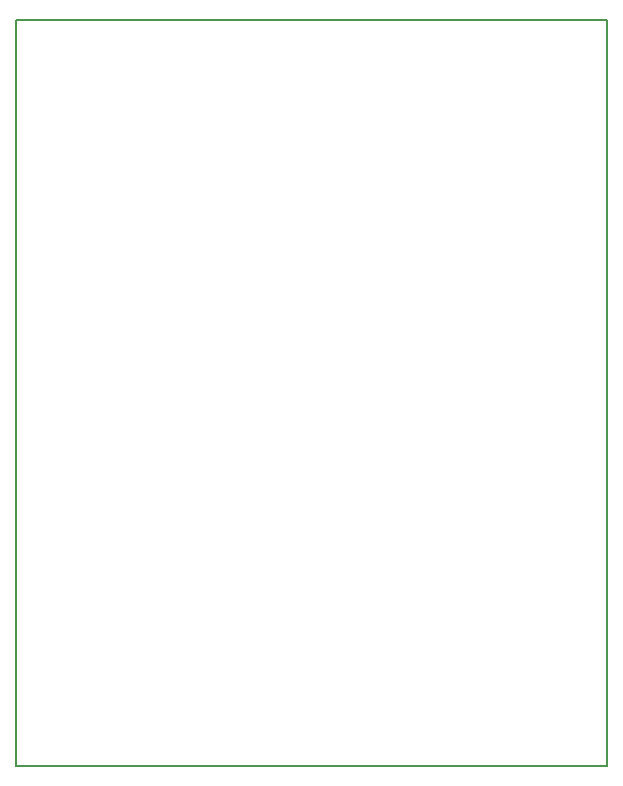
<source format=gm1>
G04 #@! TF.GenerationSoftware,KiCad,Pcbnew,(5.0.1-3-g963ef8bb5)*
G04 #@! TF.CreationDate,2019-04-07T00:09:56-04:00*
G04 #@! TF.ProjectId,radio,726164696F2E6B696361645F70636200,rev?*
G04 #@! TF.SameCoordinates,Original*
G04 #@! TF.FileFunction,Profile,NP*
%FSLAX46Y46*%
G04 Gerber Fmt 4.6, Leading zero omitted, Abs format (unit mm)*
G04 Created by KiCad (PCBNEW (5.0.1-3-g963ef8bb5)) date Sunday, April 07, 2019 at 12:09:56 am*
%MOMM*%
%LPD*%
G01*
G04 APERTURE LIST*
%ADD10C,0.200000*%
G04 APERTURE END LIST*
D10*
X124079000Y-136398000D02*
X124079000Y-73200000D01*
X174117000Y-136398000D02*
X124079000Y-136398000D01*
X174117000Y-73200000D02*
X174117000Y-136398000D01*
X124079000Y-73200000D02*
X174117000Y-73200000D01*
M02*

</source>
